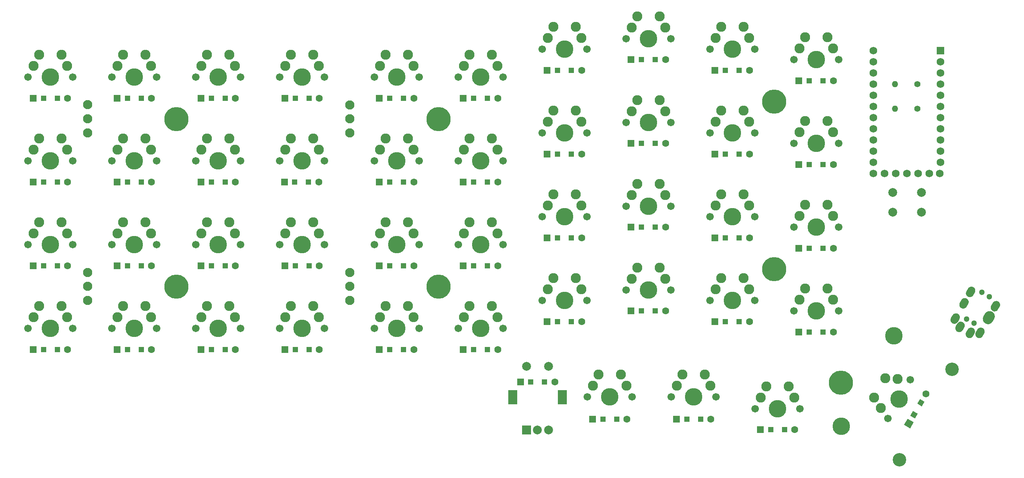
<source format=gbr>
%TF.GenerationSoftware,KiCad,Pcbnew,(5.1.9-0-10_14)*%
%TF.CreationDate,2021-04-26T22:25:58-05:00*%
%TF.ProjectId,wren-universal,7772656e-2d75-46e6-9976-657273616c2e,rev?*%
%TF.SameCoordinates,Original*%
%TF.FileFunction,Soldermask,Bot*%
%TF.FilePolarity,Negative*%
%FSLAX46Y46*%
G04 Gerber Fmt 4.6, Leading zero omitted, Abs format (unit mm)*
G04 Created by KiCad (PCBNEW (5.1.9-0-10_14)) date 2021-04-26 22:25:58*
%MOMM*%
%LPD*%
G01*
G04 APERTURE LIST*
%ADD10C,1.300000*%
%ADD11C,2.100000*%
%ADD12C,1.701800*%
%ADD13C,2.286000*%
%ADD14C,3.987800*%
%ADD15C,3.048000*%
%ADD16C,1.752600*%
%ADD17R,1.752600X1.752600*%
%ADD18C,1.600000*%
%ADD19R,1.600000X1.600000*%
%ADD20R,1.200000X1.200000*%
%ADD21C,5.500000*%
%ADD22O,1.400000X1.400000*%
%ADD23C,1.400000*%
%ADD24C,0.100000*%
%ADD25C,2.000000*%
%ADD26R,2.000000X3.200000*%
%ADD27R,2.000000X2.000000*%
G04 APERTURE END LIST*
%TO.C,J1*%
G36*
G01*
X258652204Y-90899649D02*
X259002204Y-90293431D01*
G75*
G02*
X260641434Y-89854201I1039230J-600000D01*
G01*
X260641434Y-89854201D01*
G75*
G02*
X261080664Y-91493431I-600000J-1039230D01*
G01*
X260730664Y-92099649D01*
G75*
G02*
X259091434Y-92538879I-1039230J600000D01*
G01*
X259091434Y-92538879D01*
G75*
G02*
X258652204Y-90899649I600000J1039230D01*
G01*
G37*
G36*
G01*
X260412011Y-88451573D02*
X260762011Y-87845355D01*
G75*
G02*
X261991434Y-87515932I779423J-450000D01*
G01*
X261991434Y-87515932D01*
G75*
G02*
X262320857Y-88745355I-450000J-779423D01*
G01*
X261970857Y-89351573D01*
G75*
G02*
X260741434Y-89680996I-779423J450000D01*
G01*
X260741434Y-89680996D01*
G75*
G02*
X260412011Y-88451573I450000J779423D01*
G01*
G37*
G36*
G01*
X256912011Y-94513751D02*
X257262011Y-93907533D01*
G75*
G02*
X258491434Y-93578110I779423J-450000D01*
G01*
X258491434Y-93578110D01*
G75*
G02*
X258820857Y-94807533I-450000J-779423D01*
G01*
X258470857Y-95413751D01*
G75*
G02*
X257241434Y-95743174I-779423J450000D01*
G01*
X257241434Y-95743174D01*
G75*
G02*
X256912011Y-94513751I450000J779423D01*
G01*
G37*
G36*
G01*
X252378294Y-93166379D02*
X252728294Y-92560161D01*
G75*
G02*
X253957717Y-92230738I779423J-450000D01*
G01*
X253957717Y-92230738D01*
G75*
G02*
X254287140Y-93460161I-450000J-779423D01*
G01*
X253937140Y-94066379D01*
G75*
G02*
X252707717Y-94395802I-779423J450000D01*
G01*
X252707717Y-94395802D01*
G75*
G02*
X252378294Y-93166379I450000J779423D01*
G01*
G37*
D10*
X256474576Y-92471411D03*
X259974576Y-86409233D03*
X258329127Y-85459233D03*
X254829127Y-91521411D03*
G36*
G01*
X254716563Y-94516379D02*
X255066563Y-93910161D01*
G75*
G02*
X256295986Y-93580738I779423J-450000D01*
G01*
X256295986Y-93580738D01*
G75*
G02*
X256625409Y-94810161I-450000J-779423D01*
G01*
X256275409Y-95416379D01*
G75*
G02*
X255045986Y-95745802I-779423J450000D01*
G01*
X255045986Y-95745802D01*
G75*
G02*
X254716563Y-94516379I450000J779423D01*
G01*
G37*
G36*
G01*
X251282846Y-91263751D02*
X251632846Y-90657533D01*
G75*
G02*
X252862269Y-90328110I779423J-450000D01*
G01*
X252862269Y-90328110D01*
G75*
G02*
X253191692Y-91557533I-450000J-779423D01*
G01*
X252841692Y-92163751D01*
G75*
G02*
X251612269Y-92493174I-779423J450000D01*
G01*
X251612269Y-92493174D01*
G75*
G02*
X251282846Y-91263751I450000J779423D01*
G01*
G37*
G36*
G01*
X254782846Y-85201573D02*
X255132846Y-84595355D01*
G75*
G02*
X256362269Y-84265932I779423J-450000D01*
G01*
X256362269Y-84265932D01*
G75*
G02*
X256691692Y-85495355I-450000J-779423D01*
G01*
X256341692Y-86101573D01*
G75*
G02*
X255112269Y-86430996I-779423J450000D01*
G01*
X255112269Y-86430996D01*
G75*
G02*
X254782846Y-85201573I450000J779423D01*
G01*
G37*
G36*
G01*
X253282846Y-87799649D02*
X253632846Y-87193431D01*
G75*
G02*
X254862269Y-86864008I779423J-450000D01*
G01*
X254862269Y-86864008D01*
G75*
G02*
X255191692Y-88093431I-450000J-779423D01*
G01*
X254841692Y-88699649D01*
G75*
G02*
X253612269Y-89029072I-779423J450000D01*
G01*
X253612269Y-89029072D01*
G75*
G02*
X253282846Y-87799649I450000J779423D01*
G01*
G37*
%TD*%
D11*
%TO.C,FID15*%
X114801750Y-84105750D03*
%TD*%
%TO.C,FID14*%
X55238750Y-42735500D03*
%TD*%
%TO.C,FID13*%
X55238750Y-49212500D03*
%TD*%
%TO.C,FID12*%
X55238750Y-46005750D03*
%TD*%
%TO.C,FID11*%
X55238750Y-80962500D03*
%TD*%
%TO.C,FID10*%
X55238750Y-87312500D03*
%TD*%
%TO.C,FID9*%
X114801750Y-87312500D03*
%TD*%
%TO.C,FID8*%
X55238750Y-84105750D03*
%TD*%
%TO.C,FID7*%
X114801750Y-80962500D03*
%TD*%
%TO.C,FID6*%
X114801750Y-49212500D03*
%TD*%
%TO.C,FID5*%
X114801750Y-46005750D03*
%TD*%
%TO.C,FID4*%
X114801750Y-42862500D03*
%TD*%
D12*
%TO.C,MX39*%
X60801250Y-93662500D03*
X70961250Y-93662500D03*
D13*
X62071250Y-91122500D03*
D14*
X65881250Y-93662500D03*
D13*
X68421250Y-88582500D03*
X63341250Y-88582500D03*
X69691250Y-91122500D03*
%TD*%
D12*
%TO.C,MX36*%
X120332500Y-93662500D03*
X130492500Y-93662500D03*
D13*
X121602500Y-91122500D03*
D14*
X125412500Y-93662500D03*
D13*
X127952500Y-88582500D03*
X122872500Y-88582500D03*
X129222500Y-91122500D03*
%TD*%
D15*
%TO.C,FID1*%
X251483187Y-102946548D03*
X239583187Y-123557952D03*
D14*
X238284960Y-95326548D03*
X226384960Y-115937952D03*
%TD*%
D12*
%TO.C,MX21*%
X215582500Y-70643750D03*
X225742500Y-70643750D03*
D13*
X216852500Y-68103750D03*
D14*
X220662500Y-70643750D03*
D13*
X223202500Y-65563750D03*
X218122500Y-65563750D03*
X224472500Y-68103750D03*
%TD*%
D12*
%TO.C,MX41*%
X236944000Y-114159159D03*
X242024000Y-105360341D03*
D13*
X235379295Y-111789307D03*
D14*
X239484000Y-109759750D03*
D13*
X236354591Y-105020045D03*
X233814591Y-109419455D03*
X239189295Y-105190193D03*
%TD*%
D12*
%TO.C,MX10*%
X41751250Y-36512500D03*
X51911250Y-36512500D03*
D13*
X43021250Y-33972500D03*
D14*
X46831250Y-36512500D03*
D13*
X49371250Y-31432500D03*
X44291250Y-31432500D03*
X50641250Y-33972500D03*
%TD*%
D12*
%TO.C,MX15*%
X139382500Y-55562500D03*
X149542500Y-55562500D03*
D13*
X140652500Y-53022500D03*
D14*
X144462500Y-55562500D03*
D13*
X147002500Y-50482500D03*
X141922500Y-50482500D03*
X148272500Y-53022500D03*
%TD*%
D12*
%TO.C,MX44*%
X168745000Y-109251750D03*
X178905000Y-109251750D03*
D13*
X170015000Y-106711750D03*
D14*
X173825000Y-109251750D03*
D13*
X176365000Y-104171750D03*
X171285000Y-104171750D03*
X177635000Y-106711750D03*
%TD*%
D12*
%TO.C,MX43*%
X187795000Y-109251750D03*
X197955000Y-109251750D03*
D13*
X189065000Y-106711750D03*
D14*
X192875000Y-109251750D03*
D13*
X195415000Y-104171750D03*
X190335000Y-104171750D03*
X196685000Y-106711750D03*
%TD*%
D12*
%TO.C,MX42*%
X206845000Y-111918750D03*
X217005000Y-111918750D03*
D13*
X208115000Y-109378750D03*
D14*
X211925000Y-111918750D03*
D13*
X214465000Y-106838750D03*
X209385000Y-106838750D03*
X215735000Y-109378750D03*
%TD*%
D12*
%TO.C,MX40*%
X41751250Y-93662500D03*
X51911250Y-93662500D03*
D13*
X43021250Y-91122500D03*
D14*
X46831250Y-93662500D03*
D13*
X49371250Y-88582500D03*
X44291250Y-88582500D03*
X50641250Y-91122500D03*
%TD*%
D12*
%TO.C,MX38*%
X79851250Y-93662500D03*
X90011250Y-93662500D03*
D13*
X81121250Y-91122500D03*
D14*
X84931250Y-93662500D03*
D13*
X87471250Y-88582500D03*
X82391250Y-88582500D03*
X88741250Y-91122500D03*
%TD*%
D12*
%TO.C,MX37*%
X98901250Y-93662500D03*
X109061250Y-93662500D03*
D13*
X100171250Y-91122500D03*
D14*
X103981250Y-93662500D03*
D13*
X106521250Y-88582500D03*
X101441250Y-88582500D03*
X107791250Y-91122500D03*
%TD*%
D12*
%TO.C,MX35*%
X139382500Y-93662500D03*
X149542500Y-93662500D03*
D13*
X140652500Y-91122500D03*
D14*
X144462500Y-93662500D03*
D13*
X147002500Y-88582500D03*
X141922500Y-88582500D03*
X148272500Y-91122500D03*
%TD*%
D12*
%TO.C,MX34*%
X158432500Y-87312500D03*
X168592500Y-87312500D03*
D13*
X159702500Y-84772500D03*
D14*
X163512500Y-87312500D03*
D13*
X166052500Y-82232500D03*
X160972500Y-82232500D03*
X167322500Y-84772500D03*
%TD*%
D12*
%TO.C,MX33*%
X177482500Y-84931250D03*
X187642500Y-84931250D03*
D13*
X178752500Y-82391250D03*
D14*
X182562500Y-84931250D03*
D13*
X185102500Y-79851250D03*
X180022500Y-79851250D03*
X186372500Y-82391250D03*
%TD*%
D12*
%TO.C,MX32*%
X196532500Y-87312500D03*
X206692500Y-87312500D03*
D13*
X197802500Y-84772500D03*
D14*
X201612500Y-87312500D03*
D13*
X204152500Y-82232500D03*
X199072500Y-82232500D03*
X205422500Y-84772500D03*
%TD*%
D12*
%TO.C,MX31*%
X215582500Y-89693750D03*
X225742500Y-89693750D03*
D13*
X216852500Y-87153750D03*
D14*
X220662500Y-89693750D03*
D13*
X223202500Y-84613750D03*
X218122500Y-84613750D03*
X224472500Y-87153750D03*
%TD*%
D12*
%TO.C,MX30*%
X41751250Y-74612500D03*
X51911250Y-74612500D03*
D13*
X43021250Y-72072500D03*
D14*
X46831250Y-74612500D03*
D13*
X49371250Y-69532500D03*
X44291250Y-69532500D03*
X50641250Y-72072500D03*
%TD*%
D12*
%TO.C,MX29*%
X60801250Y-74612500D03*
X70961250Y-74612500D03*
D13*
X62071250Y-72072500D03*
D14*
X65881250Y-74612500D03*
D13*
X68421250Y-69532500D03*
X63341250Y-69532500D03*
X69691250Y-72072500D03*
%TD*%
D12*
%TO.C,MX28*%
X79851250Y-74612500D03*
X90011250Y-74612500D03*
D13*
X81121250Y-72072500D03*
D14*
X84931250Y-74612500D03*
D13*
X87471250Y-69532500D03*
X82391250Y-69532500D03*
X88741250Y-72072500D03*
%TD*%
D12*
%TO.C,MX27*%
X98901250Y-74612500D03*
X109061250Y-74612500D03*
D13*
X100171250Y-72072500D03*
D14*
X103981250Y-74612500D03*
D13*
X106521250Y-69532500D03*
X101441250Y-69532500D03*
X107791250Y-72072500D03*
%TD*%
D12*
%TO.C,MX26*%
X120332500Y-74612500D03*
X130492500Y-74612500D03*
D13*
X121602500Y-72072500D03*
D14*
X125412500Y-74612500D03*
D13*
X127952500Y-69532500D03*
X122872500Y-69532500D03*
X129222500Y-72072500D03*
%TD*%
D12*
%TO.C,MX25*%
X139382500Y-74612500D03*
X149542500Y-74612500D03*
D13*
X140652500Y-72072500D03*
D14*
X144462500Y-74612500D03*
D13*
X147002500Y-69532500D03*
X141922500Y-69532500D03*
X148272500Y-72072500D03*
%TD*%
D12*
%TO.C,MX24*%
X158432500Y-68262500D03*
X168592500Y-68262500D03*
D13*
X159702500Y-65722500D03*
D14*
X163512500Y-68262500D03*
D13*
X166052500Y-63182500D03*
X160972500Y-63182500D03*
X167322500Y-65722500D03*
%TD*%
D12*
%TO.C,MX23*%
X177482500Y-65881250D03*
X187642500Y-65881250D03*
D13*
X178752500Y-63341250D03*
D14*
X182562500Y-65881250D03*
D13*
X185102500Y-60801250D03*
X180022500Y-60801250D03*
X186372500Y-63341250D03*
%TD*%
D12*
%TO.C,MX22*%
X196532500Y-68262500D03*
X206692500Y-68262500D03*
D13*
X197802500Y-65722500D03*
D14*
X201612500Y-68262500D03*
D13*
X204152500Y-63182500D03*
X199072500Y-63182500D03*
X205422500Y-65722500D03*
%TD*%
D12*
%TO.C,MX20*%
X41751250Y-55562500D03*
X51911250Y-55562500D03*
D13*
X43021250Y-53022500D03*
D14*
X46831250Y-55562500D03*
D13*
X49371250Y-50482500D03*
X44291250Y-50482500D03*
X50641250Y-53022500D03*
%TD*%
D12*
%TO.C,MX19*%
X60801250Y-55562500D03*
X70961250Y-55562500D03*
D13*
X62071250Y-53022500D03*
D14*
X65881250Y-55562500D03*
D13*
X68421250Y-50482500D03*
X63341250Y-50482500D03*
X69691250Y-53022500D03*
%TD*%
D12*
%TO.C,MX18*%
X79851250Y-55562500D03*
X90011250Y-55562500D03*
D13*
X81121250Y-53022500D03*
D14*
X84931250Y-55562500D03*
D13*
X87471250Y-50482500D03*
X82391250Y-50482500D03*
X88741250Y-53022500D03*
%TD*%
D12*
%TO.C,MX17*%
X98901250Y-55562500D03*
X109061250Y-55562500D03*
D13*
X100171250Y-53022500D03*
D14*
X103981250Y-55562500D03*
D13*
X106521250Y-50482500D03*
X101441250Y-50482500D03*
X107791250Y-53022500D03*
%TD*%
D12*
%TO.C,MX16*%
X120332500Y-55562500D03*
X130492500Y-55562500D03*
D13*
X121602500Y-53022500D03*
D14*
X125412500Y-55562500D03*
D13*
X127952500Y-50482500D03*
X122872500Y-50482500D03*
X129222500Y-53022500D03*
%TD*%
D12*
%TO.C,MX14*%
X158432500Y-49212500D03*
X168592500Y-49212500D03*
D13*
X159702500Y-46672500D03*
D14*
X163512500Y-49212500D03*
D13*
X166052500Y-44132500D03*
X160972500Y-44132500D03*
X167322500Y-46672500D03*
%TD*%
D12*
%TO.C,MX13*%
X177482500Y-46831250D03*
X187642500Y-46831250D03*
D13*
X178752500Y-44291250D03*
D14*
X182562500Y-46831250D03*
D13*
X185102500Y-41751250D03*
X180022500Y-41751250D03*
X186372500Y-44291250D03*
%TD*%
D12*
%TO.C,MX12*%
X196532500Y-49212500D03*
X206692500Y-49212500D03*
D13*
X197802500Y-46672500D03*
D14*
X201612500Y-49212500D03*
D13*
X204152500Y-44132500D03*
X199072500Y-44132500D03*
X205422500Y-46672500D03*
%TD*%
D12*
%TO.C,MX11*%
X215582500Y-51593750D03*
X225742500Y-51593750D03*
D13*
X216852500Y-49053750D03*
D14*
X220662500Y-51593750D03*
D13*
X223202500Y-46513750D03*
X218122500Y-46513750D03*
X224472500Y-49053750D03*
%TD*%
D12*
%TO.C,MX9*%
X60801250Y-36512500D03*
X70961250Y-36512500D03*
D13*
X62071250Y-33972500D03*
D14*
X65881250Y-36512500D03*
D13*
X68421250Y-31432500D03*
X63341250Y-31432500D03*
X69691250Y-33972500D03*
%TD*%
D12*
%TO.C,MX8*%
X79851250Y-36512500D03*
X90011250Y-36512500D03*
D13*
X81121250Y-33972500D03*
D14*
X84931250Y-36512500D03*
D13*
X87471250Y-31432500D03*
X82391250Y-31432500D03*
X88741250Y-33972500D03*
%TD*%
D12*
%TO.C,MX7*%
X98901250Y-36512500D03*
X109061250Y-36512500D03*
D13*
X100171250Y-33972500D03*
D14*
X103981250Y-36512500D03*
D13*
X106521250Y-31432500D03*
X101441250Y-31432500D03*
X107791250Y-33972500D03*
%TD*%
D12*
%TO.C,MX6*%
X120332500Y-36512500D03*
X130492500Y-36512500D03*
D13*
X121602500Y-33972500D03*
D14*
X125412500Y-36512500D03*
D13*
X127952500Y-31432500D03*
X122872500Y-31432500D03*
X129222500Y-33972500D03*
%TD*%
D12*
%TO.C,MX5*%
X139382500Y-36512500D03*
X149542500Y-36512500D03*
D13*
X140652500Y-33972500D03*
D14*
X144462500Y-36512500D03*
D13*
X147002500Y-31432500D03*
X141922500Y-31432500D03*
X148272500Y-33972500D03*
%TD*%
D12*
%TO.C,MX4*%
X158432500Y-30162500D03*
X168592500Y-30162500D03*
D13*
X159702500Y-27622500D03*
D14*
X163512500Y-30162500D03*
D13*
X166052500Y-25082500D03*
X160972500Y-25082500D03*
X167322500Y-27622500D03*
%TD*%
D12*
%TO.C,MX3*%
X177482500Y-27781250D03*
X187642500Y-27781250D03*
D13*
X178752500Y-25241250D03*
D14*
X182562500Y-27781250D03*
D13*
X185102500Y-22701250D03*
X180022500Y-22701250D03*
X186372500Y-25241250D03*
%TD*%
D12*
%TO.C,MX2*%
X196532500Y-30162500D03*
X206692500Y-30162500D03*
D13*
X197802500Y-27622500D03*
D14*
X201612500Y-30162500D03*
D13*
X204152500Y-25082500D03*
X199072500Y-25082500D03*
X205422500Y-27622500D03*
%TD*%
D12*
%TO.C,MX1*%
X215582500Y-32543750D03*
X225742500Y-32543750D03*
D13*
X216852500Y-30003750D03*
D14*
X220662500Y-32543750D03*
D13*
X223202500Y-27463750D03*
X218122500Y-27463750D03*
X224472500Y-30003750D03*
%TD*%
D16*
%TO.C,U1*%
X246380000Y-58420000D03*
X243840000Y-58420000D03*
X241300000Y-58420000D03*
X238760000Y-58420000D03*
X236220000Y-58420000D03*
X233680000Y-30480000D03*
X248691400Y-58420000D03*
X233680000Y-33020000D03*
X233680000Y-35560000D03*
X233680000Y-38100000D03*
X233680000Y-40640000D03*
X233680000Y-43180000D03*
X233680000Y-45720000D03*
X233680000Y-48260000D03*
X233680000Y-50800000D03*
X233680000Y-53340000D03*
X233680000Y-55880000D03*
X233680000Y-58420000D03*
X248920000Y-55880000D03*
X248920000Y-53340000D03*
X248920000Y-50800000D03*
X248920000Y-48260000D03*
X248920000Y-45720000D03*
X248920000Y-43180000D03*
X248920000Y-40640000D03*
X248920000Y-38100000D03*
X248920000Y-35560000D03*
X248920000Y-33020000D03*
D17*
X248920000Y-30480000D03*
%TD*%
D18*
%TO.C,D43*%
X196775000Y-114300000D03*
D19*
X188975000Y-114300000D03*
D20*
X191300000Y-114300000D03*
X194450000Y-114300000D03*
%TD*%
D21*
%TO.C,H7*%
X226250500Y-106013250D03*
%TD*%
%TO.C,H6*%
X211137500Y-80168750D03*
%TD*%
%TO.C,H5*%
X134937500Y-84137500D03*
%TD*%
%TO.C,H4*%
X75400000Y-84137500D03*
%TD*%
%TO.C,H3*%
X211137500Y-42068750D03*
%TD*%
%TO.C,H2*%
X134937500Y-46037500D03*
%TD*%
%TO.C,H1*%
X75400000Y-46037500D03*
%TD*%
D22*
%TO.C,R2*%
X238585000Y-43656250D03*
D23*
X243665000Y-43656250D03*
%TD*%
D22*
%TO.C,R1*%
X238585000Y-38100000D03*
D23*
X243665000Y-38100000D03*
%TD*%
D18*
%TO.C,D45*%
X161342000Y-105822750D03*
D19*
X153542000Y-105822750D03*
D20*
X155867000Y-105822750D03*
X159017000Y-105822750D03*
%TD*%
D18*
%TO.C,D44*%
X177725000Y-114300000D03*
D19*
X169925000Y-114300000D03*
D20*
X172250000Y-114300000D03*
X175400000Y-114300000D03*
%TD*%
D18*
%TO.C,D42*%
X215825000Y-116681250D03*
D19*
X208025000Y-116681250D03*
D20*
X210350000Y-116681250D03*
X213500000Y-116681250D03*
%TD*%
D18*
%TO.C,D41*%
X245618000Y-108541251D03*
D24*
G36*
X242010820Y-116389069D02*
G01*
X240625180Y-115589069D01*
X241425180Y-114203429D01*
X242810820Y-115003429D01*
X242010820Y-116389069D01*
G37*
G36*
X243100115Y-114102355D02*
G01*
X242060885Y-113502355D01*
X242660885Y-112463125D01*
X243700115Y-113063125D01*
X243100115Y-114102355D01*
G37*
G36*
X244675115Y-111374375D02*
G01*
X243635885Y-110774375D01*
X244235885Y-109735145D01*
X245275115Y-110335145D01*
X244675115Y-111374375D01*
G37*
%TD*%
D18*
%TO.C,D40*%
X50725000Y-98425000D03*
D19*
X42925000Y-98425000D03*
D20*
X45250000Y-98425000D03*
X48400000Y-98425000D03*
%TD*%
D18*
%TO.C,D39*%
X69775000Y-98425000D03*
D19*
X61975000Y-98425000D03*
D20*
X64300000Y-98425000D03*
X67450000Y-98425000D03*
%TD*%
D18*
%TO.C,D38*%
X88825000Y-98425000D03*
D19*
X81025000Y-98425000D03*
D20*
X83350000Y-98425000D03*
X86500000Y-98425000D03*
%TD*%
D18*
%TO.C,D37*%
X107875000Y-98425000D03*
D19*
X100075000Y-98425000D03*
D20*
X102400000Y-98425000D03*
X105550000Y-98425000D03*
%TD*%
D18*
%TO.C,D36*%
X129306250Y-98425000D03*
D19*
X121506250Y-98425000D03*
D20*
X123831250Y-98425000D03*
X126981250Y-98425000D03*
%TD*%
D18*
%TO.C,D35*%
X148356250Y-98425000D03*
D19*
X140556250Y-98425000D03*
D20*
X142881250Y-98425000D03*
X146031250Y-98425000D03*
%TD*%
D18*
%TO.C,D34*%
X167406250Y-92075000D03*
D19*
X159606250Y-92075000D03*
D20*
X161931250Y-92075000D03*
X165081250Y-92075000D03*
%TD*%
D18*
%TO.C,D33*%
X186456250Y-89693750D03*
D19*
X178656250Y-89693750D03*
D20*
X180981250Y-89693750D03*
X184131250Y-89693750D03*
%TD*%
D18*
%TO.C,D32*%
X205506250Y-92075000D03*
D19*
X197706250Y-92075000D03*
D20*
X200031250Y-92075000D03*
X203181250Y-92075000D03*
%TD*%
D18*
%TO.C,D31*%
X224556250Y-94456250D03*
D19*
X216756250Y-94456250D03*
D20*
X219081250Y-94456250D03*
X222231250Y-94456250D03*
%TD*%
D18*
%TO.C,D30*%
X50725000Y-79375000D03*
D19*
X42925000Y-79375000D03*
D20*
X45250000Y-79375000D03*
X48400000Y-79375000D03*
%TD*%
D18*
%TO.C,D29*%
X69775000Y-79375000D03*
D19*
X61975000Y-79375000D03*
D20*
X64300000Y-79375000D03*
X67450000Y-79375000D03*
%TD*%
D18*
%TO.C,D28*%
X88825000Y-79375000D03*
D19*
X81025000Y-79375000D03*
D20*
X83350000Y-79375000D03*
X86500000Y-79375000D03*
%TD*%
D18*
%TO.C,D27*%
X107875000Y-79375000D03*
D19*
X100075000Y-79375000D03*
D20*
X102400000Y-79375000D03*
X105550000Y-79375000D03*
%TD*%
D18*
%TO.C,D26*%
X129306250Y-79375000D03*
D19*
X121506250Y-79375000D03*
D20*
X123831250Y-79375000D03*
X126981250Y-79375000D03*
%TD*%
D18*
%TO.C,D25*%
X148356250Y-79375000D03*
D19*
X140556250Y-79375000D03*
D20*
X142881250Y-79375000D03*
X146031250Y-79375000D03*
%TD*%
D18*
%TO.C,D24*%
X167406250Y-73025000D03*
D19*
X159606250Y-73025000D03*
D20*
X161931250Y-73025000D03*
X165081250Y-73025000D03*
%TD*%
D18*
%TO.C,D23*%
X186456250Y-70643750D03*
D19*
X178656250Y-70643750D03*
D20*
X180981250Y-70643750D03*
X184131250Y-70643750D03*
%TD*%
D18*
%TO.C,D22*%
X205506250Y-73025000D03*
D19*
X197706250Y-73025000D03*
D20*
X200031250Y-73025000D03*
X203181250Y-73025000D03*
%TD*%
D18*
%TO.C,D21*%
X224556250Y-75406250D03*
D19*
X216756250Y-75406250D03*
D20*
X219081250Y-75406250D03*
X222231250Y-75406250D03*
%TD*%
D18*
%TO.C,D20*%
X50725000Y-60325000D03*
D19*
X42925000Y-60325000D03*
D20*
X45250000Y-60325000D03*
X48400000Y-60325000D03*
%TD*%
D18*
%TO.C,D19*%
X69775000Y-60325000D03*
D19*
X61975000Y-60325000D03*
D20*
X64300000Y-60325000D03*
X67450000Y-60325000D03*
%TD*%
D18*
%TO.C,D18*%
X88825000Y-60325000D03*
D19*
X81025000Y-60325000D03*
D20*
X83350000Y-60325000D03*
X86500000Y-60325000D03*
%TD*%
D18*
%TO.C,D17*%
X107748000Y-60325000D03*
D19*
X99948000Y-60325000D03*
D20*
X102273000Y-60325000D03*
X105423000Y-60325000D03*
%TD*%
D18*
%TO.C,D16*%
X129306250Y-60325000D03*
D19*
X121506250Y-60325000D03*
D20*
X123831250Y-60325000D03*
X126981250Y-60325000D03*
%TD*%
D18*
%TO.C,D15*%
X148356250Y-60325000D03*
D19*
X140556250Y-60325000D03*
D20*
X142881250Y-60325000D03*
X146031250Y-60325000D03*
%TD*%
D18*
%TO.C,D14*%
X167406250Y-53975000D03*
D19*
X159606250Y-53975000D03*
D20*
X161931250Y-53975000D03*
X165081250Y-53975000D03*
%TD*%
D18*
%TO.C,D13*%
X186456250Y-51593750D03*
D19*
X178656250Y-51593750D03*
D20*
X180981250Y-51593750D03*
X184131250Y-51593750D03*
%TD*%
D18*
%TO.C,D12*%
X205506250Y-53975000D03*
D19*
X197706250Y-53975000D03*
D20*
X200031250Y-53975000D03*
X203181250Y-53975000D03*
%TD*%
D18*
%TO.C,D11*%
X224556250Y-56356250D03*
D19*
X216756250Y-56356250D03*
D20*
X219081250Y-56356250D03*
X222231250Y-56356250D03*
%TD*%
D18*
%TO.C,D10*%
X50725000Y-41275000D03*
D19*
X42925000Y-41275000D03*
D20*
X45250000Y-41275000D03*
X48400000Y-41275000D03*
%TD*%
D18*
%TO.C,D9*%
X69775000Y-41275000D03*
D19*
X61975000Y-41275000D03*
D20*
X64300000Y-41275000D03*
X67450000Y-41275000D03*
%TD*%
D18*
%TO.C,D8*%
X88825000Y-41275000D03*
D19*
X81025000Y-41275000D03*
D20*
X83350000Y-41275000D03*
X86500000Y-41275000D03*
%TD*%
D18*
%TO.C,D7*%
X107875000Y-41275000D03*
D19*
X100075000Y-41275000D03*
D20*
X102400000Y-41275000D03*
X105550000Y-41275000D03*
%TD*%
D18*
%TO.C,D6*%
X129306250Y-41275000D03*
D19*
X121506250Y-41275000D03*
D20*
X123831250Y-41275000D03*
X126981250Y-41275000D03*
%TD*%
D18*
%TO.C,D5*%
X148356250Y-41275000D03*
D19*
X140556250Y-41275000D03*
D20*
X142881250Y-41275000D03*
X146031250Y-41275000D03*
%TD*%
D18*
%TO.C,D4*%
X167406250Y-34925000D03*
D19*
X159606250Y-34925000D03*
D20*
X161931250Y-34925000D03*
X165081250Y-34925000D03*
%TD*%
D18*
%TO.C,D3*%
X186456250Y-32543750D03*
D19*
X178656250Y-32543750D03*
D20*
X180981250Y-32543750D03*
X184131250Y-32543750D03*
%TD*%
D18*
%TO.C,D2*%
X205506250Y-34925000D03*
D19*
X197706250Y-34925000D03*
D20*
X200031250Y-34925000D03*
X203181250Y-34925000D03*
%TD*%
D18*
%TO.C,D1*%
X224556250Y-37306250D03*
D19*
X216756250Y-37306250D03*
D20*
X219081250Y-37306250D03*
X222231250Y-37306250D03*
%TD*%
D25*
%TO.C,ENC1*%
X159902000Y-102266750D03*
X154902000Y-102266750D03*
D26*
X163002000Y-109266750D03*
X151802000Y-109266750D03*
D25*
X159902000Y-116766750D03*
X157402000Y-116766750D03*
D27*
X154902000Y-116766750D03*
%TD*%
D25*
%TO.C,SW0*%
X244561500Y-62706250D03*
X244561500Y-67206250D03*
X238061500Y-62706250D03*
X238061500Y-67206250D03*
%TD*%
M02*

</source>
